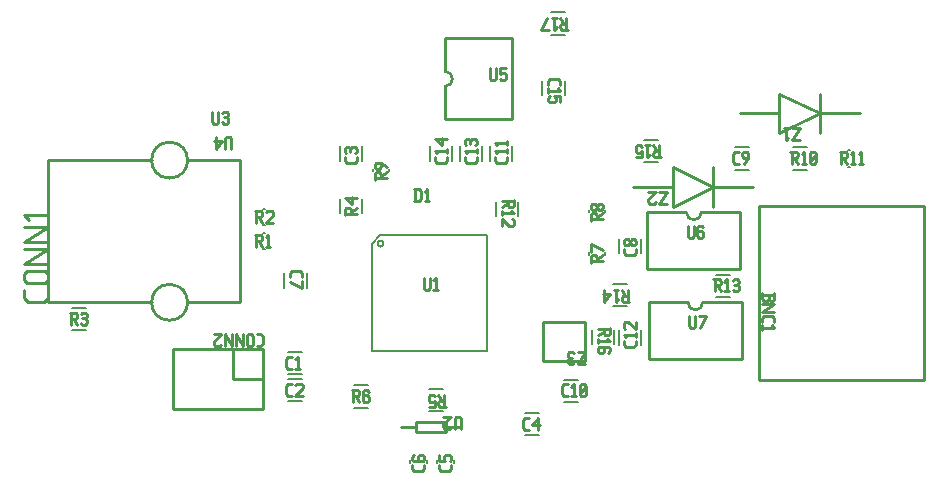
<source format=gbr>
G04 start of page 8 for group -4079 idx -4079 *
G04 Title: (unknown), topsilk *
G04 Creator: pcb 1.99z *
G04 CreationDate: Mon 30 Sep 2013 07:10:50 PM GMT UTC *
G04 For: commonadmin *
G04 Format: Gerber/RS-274X *
G04 PCB-Dimensions: 600000 500000 *
G04 PCB-Coordinate-Origin: lower left *
%MOIN*%
%FSLAX25Y25*%
%LNTOPSILK*%
%ADD87C,0.0080*%
%ADD86C,0.0100*%
G54D86*X11500Y74500D02*X46000D01*
X11500Y121900D02*Y74500D01*
Y121900D02*X46000D01*
X58000Y74500D02*X75500D01*
Y121900D02*Y74500D01*
X58000Y121900D02*X75500D01*
X52000Y68500D02*G75*G03X52000Y68500I0J6000D01*G01*
Y115900D02*G75*G03X52000Y115900I0J6000D01*G01*
X53000Y58900D02*X83000D01*
X53000D02*Y38900D01*
X83000D01*
Y58900D02*Y38900D01*
X73000Y58900D02*Y48900D01*
X83000D01*
G54D87*X19543Y72640D02*X24267D01*
X19543Y65160D02*X24267D01*
X91543Y57940D02*X96267D01*
X91543Y50460D02*X96267D01*
X91543Y48940D02*X96267D01*
X91543Y41460D02*X96267D01*
X97740Y84167D02*Y79443D01*
X90260Y84167D02*Y79443D01*
X83150Y97655D02*X83936D01*
X83150Y92145D02*X83936D01*
X83150Y105655D02*X83936D01*
X83150Y100145D02*X83936D01*
G54D86*X144000Y32900D02*X149000D01*
X129000D02*X134000D01*
Y31300D02*X144000D01*
X134000Y34500D02*Y31300D01*
Y34500D02*X144000D01*
Y31300D01*
G54D87*X170543Y37640D02*X175267D01*
X170543Y30160D02*X175267D01*
X141245Y21836D02*Y21050D01*
X146755Y21836D02*Y21050D01*
X132245Y21836D02*Y21050D01*
X137755Y21836D02*Y21050D01*
X138543Y38160D02*X143267D01*
X138543Y45640D02*X143267D01*
X183543Y48740D02*X188267D01*
X183543Y41260D02*X188267D01*
X119745Y118936D02*Y118150D01*
X125255Y118936D02*Y118150D01*
X108760Y126457D02*Y121733D01*
X116240Y126457D02*Y121733D01*
X108760Y108957D02*Y104233D01*
X116240Y108957D02*Y104233D01*
X113548Y46865D02*X118272D01*
X113548Y39385D02*X118272D01*
X122300Y96933D02*X157970D01*
Y58363D01*
X119400D02*X157970D01*
X119400Y94033D02*Y58363D01*
Y94033D02*X122300Y96933D01*
X121300Y94033D02*G75*G03X121300Y94033I1000J0D01*G01*
G54D86*X176600Y67800D02*X190500D01*
X176600D02*Y55000D01*
X190500D01*
Y67800D02*Y55000D01*
G54D87*X168240Y107957D02*Y103233D01*
X160760Y107957D02*Y103233D01*
X158760Y126457D02*Y121733D01*
X166240Y126457D02*Y121733D01*
X183740Y148267D02*Y143543D01*
X176260Y148267D02*Y143543D01*
G54D86*X143800Y146500D02*Y135500D01*
Y162500D02*Y151500D01*
Y162500D02*X166200D01*
Y135500D01*
X143800D02*X166200D01*
X143800Y146500D02*G75*G03X143800Y151500I0J2500D01*G01*
G54D87*X148760Y126457D02*Y121733D01*
X156240Y126457D02*Y121733D01*
X138760Y126457D02*Y121733D01*
X146240Y126457D02*Y121733D01*
X179233Y163760D02*X183957D01*
X179233Y171240D02*X183957D01*
X199718Y73134D02*X204442D01*
X199718Y80614D02*X204442D01*
X201745Y65141D02*Y60417D01*
X209225Y65141D02*Y60417D01*
X200240Y65267D02*Y60543D01*
X192760Y65267D02*Y60543D01*
X201760Y95767D02*Y91043D01*
X209240Y95767D02*Y91043D01*
X191745Y91160D02*Y90374D01*
X197255Y91160D02*Y90374D01*
X191745Y105246D02*Y104460D01*
X197255Y105246D02*Y104460D01*
X210233Y121260D02*X214957D01*
X210233Y128740D02*X214957D01*
G54D86*X233200Y113000D02*X246500D01*
X206500D02*X219800D01*
X233200D02*X219800Y106400D01*
Y119600D02*Y106400D01*
Y119600D02*X233200Y113000D01*
Y119600D02*Y106400D01*
G54D87*X240543Y126240D02*X245267D01*
X240543Y118760D02*X245267D01*
G54D86*X268700Y137500D02*X282000D01*
X242000D02*X255300D01*
X268700D02*X255300Y130900D01*
Y144100D02*Y130900D01*
Y144100D02*X268700Y137500D01*
Y144100D02*Y130900D01*
G54D87*X259732Y126240D02*X264456D01*
X259732Y118760D02*X264456D01*
X278064Y125255D02*X278850D01*
X278064Y119745D02*X278850D01*
X234043Y83740D02*X238767D01*
X234043Y76260D02*X238767D01*
G54D86*X211250Y104500D02*Y85500D01*
X242250D01*
Y104500D01*
X211250D02*X224250D01*
X242250D02*X229250D01*
X224250D02*G75*G03X229250Y104500I2500J0D01*G01*
X211750Y74500D02*Y55500D01*
X242750D01*
Y74500D01*
X211750D02*X224750D01*
X242750D02*X229750D01*
X224750D02*G75*G03X229750Y74500I2500J0D01*G01*
X248500Y106500D02*X303500D01*
Y48500D01*
X248500D01*
Y106500D01*
X149000Y35800D02*Y32300D01*
Y35800D02*X148500Y36300D01*
X147500D02*X148500D01*
X147500D02*X147000Y35800D01*
Y32300D01*
X145800Y32800D02*X145300Y32300D01*
X143800D02*X145300D01*
X143800D02*X143300Y32800D01*
Y33800D02*Y32800D01*
X145800Y36300D02*X143300Y33800D01*
Y36300D02*X145800D01*
X170455Y32050D02*X171755D01*
X169755Y32750D02*X170455Y32050D01*
X169755Y35350D02*Y32750D01*
Y35350D02*X170455Y36050D01*
X171755D01*
X172955Y33550D02*X174955Y36050D01*
X172955Y33550D02*X175455D01*
X174955Y36050D02*Y32050D01*
X145850Y20293D02*Y18993D01*
X145150Y18293D02*X145850Y18993D01*
X142550Y18293D02*X145150D01*
X142550D02*X141850Y18993D01*
Y20293D02*Y18993D01*
Y23493D02*Y21493D01*
X143850D01*
X143350Y21993D01*
Y22993D02*Y21993D01*
Y22993D02*X143850Y23493D01*
X145350D01*
X145850Y22993D02*X145350Y23493D01*
X145850Y22993D02*Y21993D01*
X145350Y21493D02*X145850Y21993D01*
X183455Y43150D02*X184755D01*
X182755Y43850D02*X183455Y43150D01*
X182755Y46450D02*Y43850D01*
Y46450D02*X183455Y47150D01*
X184755D01*
X185955Y46350D02*X186755Y47150D01*
Y43150D01*
X185955D02*X187455D01*
X188655Y43650D02*X189155Y43150D01*
X188655Y46650D02*Y43650D01*
Y46650D02*X189155Y47150D01*
X190155D01*
X190655Y46650D01*
Y43650D01*
X190155Y43150D02*X190655Y43650D01*
X189155Y43150D02*X190155D01*
X188655Y44150D02*X190655Y46150D01*
X120350Y117393D02*Y115393D01*
Y117393D02*X120850Y117893D01*
X121850D01*
X122350Y117393D02*X121850Y117893D01*
X122350Y117393D02*Y115893D01*
X120350D02*X124350D01*
X122350Y116693D02*X124350Y117893D01*
Y119593D02*X122350Y121093D01*
X120850D02*X122350D01*
X120350Y120593D02*X120850Y121093D01*
X120350Y120593D02*Y119593D01*
X120850Y119093D02*X120350Y119593D01*
X120850Y119093D02*X121850D01*
X122350Y119593D01*
Y121093D02*Y119593D01*
X114350Y122945D02*Y121645D01*
X113650Y120945D02*X114350Y121645D01*
X111050Y120945D02*X113650D01*
X111050D02*X110350Y121645D01*
Y122945D02*Y121645D01*
X110850Y124145D02*X110350Y124645D01*
Y125645D02*Y124645D01*
Y125645D02*X110850Y126145D01*
X114350Y125645D02*X113850Y126145D01*
X114350Y125645D02*Y124645D01*
X113850Y124145D02*X114350Y124645D01*
X112150Y125645D02*Y124645D01*
X110850Y126145D02*X111650D01*
X112650D02*X113850D01*
X112650D02*X112150Y125645D01*
X111650Y126145D02*X112150Y125645D01*
X110350Y105445D02*Y103445D01*
Y105445D02*X110850Y105945D01*
X111850D01*
X112350Y105445D02*X111850Y105945D01*
X112350Y105445D02*Y103945D01*
X110350D02*X114350D01*
X112350Y104745D02*X114350Y105945D01*
X112850Y107145D02*X110350Y109145D01*
X112850Y109645D02*Y107145D01*
X110350Y109145D02*X114350D01*
X112760Y45275D02*X114760D01*
X115260Y44775D01*
Y43775D01*
X114760Y43275D02*X115260Y43775D01*
X113260Y43275D02*X114760D01*
X113260Y45275D02*Y41275D01*
X114060Y43275D02*X115260Y41275D01*
X117960Y45275D02*X118460Y44775D01*
X116960Y45275D02*X117960D01*
X116460Y44775D02*X116960Y45275D01*
X116460Y44775D02*Y41775D01*
X116960Y41275D01*
X117960Y43475D02*X118460Y42975D01*
X116460Y43475D02*X117960D01*
X116960Y41275D02*X117960D01*
X118460Y41775D01*
Y42975D02*Y41775D01*
X136850Y20293D02*Y18993D01*
X136150Y18293D02*X136850Y18993D01*
X133550Y18293D02*X136150D01*
X133550D02*X132850Y18993D01*
Y20293D02*Y18993D01*
Y22993D02*X133350Y23493D01*
X132850Y22993D02*Y21993D01*
X133350Y21493D02*X132850Y21993D01*
X133350Y21493D02*X136350D01*
X136850Y21993D01*
X134650Y22993D02*X135150Y23493D01*
X134650Y22993D02*Y21493D01*
X136850Y22993D02*Y21993D01*
Y22993D02*X136350Y23493D01*
X135150D02*X136350D01*
X142055Y39750D02*X144055D01*
X142055D02*X141555Y40250D01*
Y41250D02*Y40250D01*
X142055Y41750D02*X141555Y41250D01*
X142055Y41750D02*X143555D01*
Y43750D02*Y39750D01*
X142755Y41750D02*X141555Y43750D01*
X138355Y39750D02*X140355D01*
Y41750D02*Y39750D01*
Y41750D02*X139855Y41250D01*
X138855D02*X139855D01*
X138855D02*X138355Y41750D01*
Y43250D02*Y41750D01*
X138855Y43750D02*X138355Y43250D01*
X138855Y43750D02*X139855D01*
X140355Y43250D02*X139855Y43750D01*
X136685Y82648D02*Y79148D01*
X137185Y78648D01*
X138185D01*
X138685Y79148D01*
Y82648D02*Y79148D01*
X139885Y81848D02*X140685Y82648D01*
Y78648D01*
X139885D02*X141385D01*
X188000Y54000D02*X190500D01*
Y58000D02*X188000Y54000D01*
Y58000D02*X190500D01*
X186800Y54500D02*X186300Y54000D01*
X185300D02*X186300D01*
X185300D02*X184800Y54500D01*
X185300Y58000D02*X184800Y57500D01*
X185300Y58000D02*X186300D01*
X186800Y57500D02*X186300Y58000D01*
X185300Y55800D02*X186300D01*
X184800Y55300D02*Y54500D01*
Y57500D02*Y56300D01*
X185300Y55800D01*
X184800Y55300D02*X185300Y55800D01*
X166650Y108745D02*Y106745D01*
X166150Y106245D01*
X165150D02*X166150D01*
X164650Y106745D02*X165150Y106245D01*
X164650Y108245D02*Y106745D01*
X162650Y108245D02*X166650D01*
X164650Y107445D02*X162650Y106245D01*
X165850Y105045D02*X166650Y104245D01*
X162650D02*X166650D01*
X162650Y105045D02*Y103545D01*
X166150Y102345D02*X166650Y101845D01*
Y100345D01*
X166150Y99845D01*
X165150D02*X166150D01*
X162650Y102345D02*X165150Y99845D01*
X162650Y102345D02*Y99845D01*
X72591Y129250D02*Y125750D01*
Y129250D02*X72091Y129750D01*
X71091D02*X72091D01*
X71091D02*X70591Y129250D01*
Y125750D01*
X69391Y128250D02*X67391Y125750D01*
X66891Y128250D02*X69391D01*
X67391Y129750D02*Y125750D01*
X66291Y138050D02*Y134550D01*
X66791Y134050D01*
X67791D01*
X68291Y134550D01*
Y138050D02*Y134550D01*
X69491Y137550D02*X69991Y138050D01*
X70991D01*
X71491Y137550D01*
X70991Y134050D02*X71491Y134550D01*
X69991Y134050D02*X70991D01*
X69491Y134550D02*X69991Y134050D01*
Y136250D02*X70991D01*
X71491Y137550D02*Y136750D01*
Y135750D02*Y134550D01*
Y135750D02*X70991Y136250D01*
X71491Y136750D02*X70991Y136250D01*
X11500Y78500D02*Y75900D01*
X10100Y74500D02*X11500Y75900D01*
X4900Y74500D02*X10100D01*
X4900D02*X3500Y75900D01*
Y78500D02*Y75900D01*
X4500Y80900D02*X10500D01*
X4500D02*X3500Y81900D01*
Y83900D02*Y81900D01*
Y83900D02*X4500Y84900D01*
X10500D01*
X11500Y83900D02*X10500Y84900D01*
X11500Y83900D02*Y81900D01*
X10500Y80900D02*X11500Y81900D01*
X3500Y87300D02*X11500D01*
X3500D02*X11500Y92300D01*
X3500D02*X11500D01*
X3500Y94700D02*X11500D01*
X3500D02*X11500Y99700D01*
X3500D02*X11500D01*
X5100Y102100D02*X3500Y103700D01*
X11500D01*
Y105100D02*Y102100D01*
X81000Y63900D02*X82300D01*
X83000Y63200D02*X82300Y63900D01*
X83000Y63200D02*Y60600D01*
X82300Y59900D01*
X81000D02*X82300D01*
X79800Y63400D02*Y60400D01*
X79300Y59900D01*
X78300D02*X79300D01*
X78300D02*X77800Y60400D01*
Y63400D02*Y60400D01*
X78300Y63900D02*X77800Y63400D01*
X78300Y63900D02*X79300D01*
X79800Y63400D02*X79300Y63900D01*
X76600D02*Y59900D01*
X74100Y63900D01*
Y59900D01*
X72900Y63900D02*Y59900D01*
X70400Y63900D01*
Y59900D01*
X69200Y60400D02*X68700Y59900D01*
X67200D02*X68700D01*
X67200D02*X66700Y60400D01*
Y61400D02*Y60400D01*
X69200Y63900D02*X66700Y61400D01*
Y63900D02*X69200D01*
X18755Y71050D02*X20755D01*
X21255Y70550D01*
Y69550D01*
X20755Y69050D02*X21255Y69550D01*
X19255Y69050D02*X20755D01*
X19255Y71050D02*Y67050D01*
X20055Y69050D02*X21255Y67050D01*
X22455Y70550D02*X22955Y71050D01*
X23955D01*
X24455Y70550D01*
X23955Y67050D02*X24455Y67550D01*
X22955Y67050D02*X23955D01*
X22455Y67550D02*X22955Y67050D01*
Y69250D02*X23955D01*
X24455Y70550D02*Y69750D01*
Y68750D02*Y67550D01*
Y68750D02*X23955Y69250D01*
X24455Y69750D02*X23955Y69250D01*
X91455Y52350D02*X92755D01*
X90755Y53050D02*X91455Y52350D01*
X90755Y55650D02*Y53050D01*
Y55650D02*X91455Y56350D01*
X92755D01*
X93955Y55550D02*X94755Y56350D01*
Y52350D01*
X93955D02*X95455D01*
X91455Y43350D02*X92755D01*
X90755Y44050D02*X91455Y43350D01*
X90755Y46650D02*Y44050D01*
Y46650D02*X91455Y47350D01*
X92755D01*
X93955Y46850D02*X94455Y47350D01*
X95955D01*
X96455Y46850D01*
Y45850D01*
X93955Y43350D02*X96455Y45850D01*
X93955Y43350D02*X96455D01*
X92150Y84255D02*Y82955D01*
X92850Y84955D02*X92150Y84255D01*
X92850Y84955D02*X95450D01*
X96150Y84255D01*
Y82955D01*
X92150Y81255D02*X96150Y79255D01*
Y81755D02*Y79255D01*
X80393Y97050D02*X82393D01*
X82893Y96550D01*
Y95550D01*
X82393Y95050D02*X82893Y95550D01*
X80893Y95050D02*X82393D01*
X80893Y97050D02*Y93050D01*
X81693Y95050D02*X82893Y93050D01*
X84093Y96250D02*X84893Y97050D01*
Y93050D01*
X84093D02*X85593D01*
X80393Y105050D02*X82393D01*
X82893Y104550D01*
Y103550D01*
X82393Y103050D02*X82893Y103550D01*
X80893Y103050D02*X82393D01*
X80893Y105050D02*Y101050D01*
X81693Y103050D02*X82893Y101050D01*
X84093Y104550D02*X84593Y105050D01*
X86093D01*
X86593Y104550D01*
Y103550D01*
X84093Y101050D02*X86593Y103550D01*
X84093Y101050D02*X86593D01*
X164350Y122945D02*Y121645D01*
X163650Y120945D02*X164350Y121645D01*
X161050Y120945D02*X163650D01*
X161050D02*X160350Y121645D01*
Y122945D02*Y121645D01*
X161150Y124145D02*X160350Y124945D01*
X164350D01*
Y125645D02*Y124145D01*
X161150Y126845D02*X160350Y127645D01*
X164350D01*
Y128345D02*Y126845D01*
X178150Y148355D02*Y147055D01*
X178850Y149055D02*X178150Y148355D01*
X178850Y149055D02*X181450D01*
X182150Y148355D01*
Y147055D01*
X181350Y145855D02*X182150Y145055D01*
X178150D02*X182150D01*
X178150Y145855D02*Y144355D01*
X182150Y143155D02*Y141155D01*
X180150Y143155D02*X182150D01*
X180150D02*X180650Y142655D01*
Y141655D01*
X180150Y141155D01*
X178650D02*X180150D01*
X178150Y141655D02*X178650Y141155D01*
X178150Y142655D02*Y141655D01*
X178650Y143155D02*X178150Y142655D01*
X158800Y152500D02*Y149000D01*
X159300Y148500D01*
X160300D01*
X160800Y149000D01*
Y152500D02*Y149000D01*
X162000Y152500D02*X164000D01*
X162000D02*Y150500D01*
X162500Y151000D01*
X163500D01*
X164000Y150500D01*
Y149000D01*
X163500Y148500D02*X164000Y149000D01*
X162500Y148500D02*X163500D01*
X162000Y149000D02*X162500Y148500D01*
X133924Y112150D02*Y108150D01*
X135224Y112150D02*X135924Y111450D01*
Y108850D01*
X135224Y108150D02*X135924Y108850D01*
X133424Y108150D02*X135224D01*
X133424Y112150D02*X135224D01*
X137124Y111350D02*X137924Y112150D01*
Y108150D01*
X137124D02*X138624D01*
X154350Y122945D02*Y121645D01*
X153650Y120945D02*X154350Y121645D01*
X151050Y120945D02*X153650D01*
X151050D02*X150350Y121645D01*
Y122945D02*Y121645D01*
X151150Y124145D02*X150350Y124945D01*
X154350D01*
Y125645D02*Y124145D01*
X150850Y126845D02*X150350Y127345D01*
Y128345D02*Y127345D01*
Y128345D02*X150850Y128845D01*
X154350Y128345D02*X153850Y128845D01*
X154350Y128345D02*Y127345D01*
X153850Y126845D02*X154350Y127345D01*
X152150Y128345D02*Y127345D01*
X150850Y128845D02*X151650D01*
X152650D02*X153850D01*
X152650D02*X152150Y128345D01*
X151650Y128845D02*X152150Y128345D01*
X144350Y122945D02*Y121645D01*
X143650Y120945D02*X144350Y121645D01*
X141050Y120945D02*X143650D01*
X141050D02*X140350Y121645D01*
Y122945D02*Y121645D01*
X141150Y124145D02*X140350Y124945D01*
X144350D01*
Y125645D02*Y124145D01*
X142850Y126845D02*X140350Y128845D01*
X142850Y129345D02*Y126845D01*
X140350Y128845D02*X144350D01*
X182745Y165350D02*X184745D01*
X182745D02*X182245Y165850D01*
Y166850D02*Y165850D01*
X182745Y167350D02*X182245Y166850D01*
X182745Y167350D02*X184245D01*
Y169350D02*Y165350D01*
X183445Y167350D02*X182245Y169350D01*
X181045Y166150D02*X180245Y165350D01*
Y169350D02*Y165350D01*
X179545Y169350D02*X181045D01*
X177845D02*X175845Y165350D01*
X178345D01*
X203230Y74724D02*X205230D01*
X203230D02*X202730Y75224D01*
Y76224D02*Y75224D01*
X203230Y76724D02*X202730Y76224D01*
X203230Y76724D02*X204730D01*
Y78724D02*Y74724D01*
X203930Y76724D02*X202730Y78724D01*
X201530Y75524D02*X200730Y74724D01*
Y78724D02*Y74724D01*
X200030Y78724D02*X201530D01*
X198830Y77224D02*X196830Y74724D01*
X196330Y77224D02*X198830D01*
X196830Y78724D02*Y74724D01*
X207335Y61629D02*Y60329D01*
X206635Y59629D02*X207335Y60329D01*
X204035Y59629D02*X206635D01*
X204035D02*X203335Y60329D01*
Y61629D02*Y60329D01*
X204135Y62829D02*X203335Y63629D01*
X207335D01*
Y64329D02*Y62829D01*
X203835Y65529D02*X203335Y66029D01*
Y67529D02*Y66029D01*
Y67529D02*X203835Y68029D01*
X204835D01*
X207335Y65529D02*X204835Y68029D01*
X207335D02*Y65529D01*
X198650Y66055D02*Y64055D01*
X198150Y63555D01*
X197150D02*X198150D01*
X196650Y64055D02*X197150Y63555D01*
X196650Y65555D02*Y64055D01*
X194650Y65555D02*X198650D01*
X196650Y64755D02*X194650Y63555D01*
X197850Y62355D02*X198650Y61555D01*
X194650D02*X198650D01*
X194650Y62355D02*Y60855D01*
X198650Y58155D02*X198150Y57655D01*
X198650Y59155D02*Y58155D01*
X198150Y59655D02*X198650Y59155D01*
X195150Y59655D02*X198150D01*
X195150D02*X194650Y59155D01*
X196850Y58155D02*X196350Y57655D01*
X196850Y59655D02*Y58155D01*
X194650Y59155D02*Y58155D01*
X195150Y57655D01*
X196350D01*
X207350Y92255D02*Y90955D01*
X206650Y90255D02*X207350Y90955D01*
X204050Y90255D02*X206650D01*
X204050D02*X203350Y90955D01*
Y92255D02*Y90955D01*
X206850Y93455D02*X207350Y93955D01*
X206050Y93455D02*X206850D01*
X206050D02*X205350Y94155D01*
Y94755D02*Y94155D01*
Y94755D02*X206050Y95455D01*
X206850D01*
X207350Y94955D02*X206850Y95455D01*
X207350Y94955D02*Y93955D01*
X204650Y93455D02*X205350Y94155D01*
X203850Y93455D02*X204650D01*
X203850D02*X203350Y93955D01*
Y94955D02*Y93955D01*
Y94955D02*X203850Y95455D01*
X204650D01*
X205350Y94755D02*X204650Y95455D01*
X192350Y89617D02*Y87617D01*
Y89617D02*X192850Y90117D01*
X193850D01*
X194350Y89617D02*X193850Y90117D01*
X194350Y89617D02*Y88117D01*
X192350D02*X196350D01*
X194350Y88917D02*X196350Y90117D01*
Y91817D02*X192350Y93817D01*
Y91317D01*
Y103703D02*Y101703D01*
Y103703D02*X192850Y104203D01*
X193850D01*
X194350Y103703D02*X193850Y104203D01*
X194350Y103703D02*Y102203D01*
X192350D02*X196350D01*
X194350Y103003D02*X196350Y104203D01*
X195850Y105403D02*X196350Y105903D01*
X195050Y105403D02*X195850D01*
X195050D02*X194350Y106103D01*
Y106703D02*Y106103D01*
Y106703D02*X195050Y107403D01*
X195850D01*
X196350Y106903D02*X195850Y107403D01*
X196350Y106903D02*Y105903D01*
X193650Y105403D02*X194350Y106103D01*
X192850Y105403D02*X193650D01*
X192850D02*X192350Y105903D01*
Y106903D02*Y105903D01*
Y106903D02*X192850Y107403D01*
X193650D01*
X194350Y106703D02*X193650Y107403D01*
X213745Y122850D02*X215745D01*
X213745D02*X213245Y123350D01*
Y124350D02*Y123350D01*
X213745Y124850D02*X213245Y124350D01*
X213745Y124850D02*X215245D01*
Y126850D02*Y122850D01*
X214445Y124850D02*X213245Y126850D01*
X212045Y123650D02*X211245Y122850D01*
Y126850D02*Y122850D01*
X210545Y126850D02*X212045D01*
X207345Y122850D02*X209345D01*
Y124850D02*Y122850D01*
Y124850D02*X208845Y124350D01*
X207845D02*X208845D01*
X207845D02*X207345Y124850D01*
Y126350D02*Y124850D01*
X207845Y126850D02*X207345Y126350D01*
X207845Y126850D02*X208845D01*
X209345Y126350D02*X208845Y126850D01*
X215300Y107400D02*X217800D01*
Y111400D02*X215300Y107400D01*
Y111400D02*X217800D01*
X214100Y107900D02*X213600Y107400D01*
X212100D02*X213600D01*
X212100D02*X211600Y107900D01*
Y108900D02*Y107900D01*
X214100Y111400D02*X211600Y108900D01*
Y111400D02*X214100D01*
X240455Y120650D02*X241755D01*
X239755Y121350D02*X240455Y120650D01*
X239755Y123950D02*Y121350D01*
Y123950D02*X240455Y124650D01*
X241755D01*
X243455Y120650D02*X244955Y122650D01*
Y124150D02*Y122650D01*
X244455Y124650D02*X244955Y124150D01*
X243455Y124650D02*X244455D01*
X242955Y124150D02*X243455Y124650D01*
X242955Y124150D02*Y123150D01*
X243455Y122650D01*
X244955D01*
X259500Y128500D02*X262000D01*
Y132500D02*X259500Y128500D01*
Y132500D02*X262000D01*
X258300Y129300D02*X257500Y128500D01*
Y132500D02*Y128500D01*
X256800Y132500D02*X258300D01*
X258944Y124650D02*X260944D01*
X261444Y124150D01*
Y123150D01*
X260944Y122650D02*X261444Y123150D01*
X259444Y122650D02*X260944D01*
X259444Y124650D02*Y120650D01*
X260244Y122650D02*X261444Y120650D01*
X262644Y123850D02*X263444Y124650D01*
Y120650D01*
X262644D02*X264144D01*
X265344Y121150D02*X265844Y120650D01*
X265344Y124150D02*Y121150D01*
Y124150D02*X265844Y124650D01*
X266844D01*
X267344Y124150D01*
Y121150D01*
X266844Y120650D02*X267344Y121150D01*
X265844Y120650D02*X266844D01*
X265344Y121650D02*X267344Y123650D01*
X275307Y124650D02*X277307D01*
X277807Y124150D01*
Y123150D01*
X277307Y122650D02*X277807Y123150D01*
X275807Y122650D02*X277307D01*
X275807Y124650D02*Y120650D01*
X276607Y122650D02*X277807Y120650D01*
X279007Y123850D02*X279807Y124650D01*
Y120650D01*
X279007D02*X280507D01*
X281707Y123850D02*X282507Y124650D01*
Y120650D01*
X281707D02*X283207D01*
X233255Y82150D02*X235255D01*
X235755Y81650D01*
Y80650D01*
X235255Y80150D02*X235755Y80650D01*
X233755Y80150D02*X235255D01*
X233755Y82150D02*Y78150D01*
X234555Y80150D02*X235755Y78150D01*
X236955Y81350D02*X237755Y82150D01*
Y78150D01*
X236955D02*X238455D01*
X239655Y81650D02*X240155Y82150D01*
X241155D01*
X241655Y81650D01*
X241155Y78150D02*X241655Y78650D01*
X240155Y78150D02*X241155D01*
X239655Y78650D02*X240155Y78150D01*
Y80350D02*X241155D01*
X241655Y81650D02*Y80850D01*
Y79850D02*Y78650D01*
Y79850D02*X241155Y80350D01*
X241655Y80850D02*X241155Y80350D01*
X224750Y100000D02*Y96500D01*
X225250Y96000D01*
X226250D01*
X226750Y96500D01*
Y100000D02*Y96500D01*
X229450Y100000D02*X229950Y99500D01*
X228450Y100000D02*X229450D01*
X227950Y99500D02*X228450Y100000D01*
X227950Y99500D02*Y96500D01*
X228450Y96000D01*
X229450Y98200D02*X229950Y97700D01*
X227950Y98200D02*X229450D01*
X228450Y96000D02*X229450D01*
X229950Y96500D01*
Y97700D02*Y96500D01*
X225250Y70000D02*Y66500D01*
X225750Y66000D01*
X226750D01*
X227250Y66500D01*
Y70000D02*Y66500D01*
X228950Y66000D02*X230950Y70000D01*
X228450D02*X230950D01*
X249500Y77500D02*Y75500D01*
X250000Y75000D01*
X251200D01*
X251700Y75500D02*X251200Y75000D01*
X251700Y77000D02*Y75500D01*
X249500Y77000D02*X253500D01*
Y77500D02*Y75500D01*
X253000Y75000D01*
X252200D02*X253000D01*
X251700Y75500D02*X252200Y75000D01*
X249500Y73800D02*X253500D01*
X249500Y71300D01*
X253500D01*
X249500Y69400D02*Y68100D01*
X250200Y70100D02*X249500Y69400D01*
X250200Y70100D02*X252800D01*
X253500Y69400D01*
Y68100D01*
X252700Y66900D02*X253500Y66100D01*
X249500D02*X253500D01*
X249500Y66900D02*Y65400D01*
M02*

</source>
